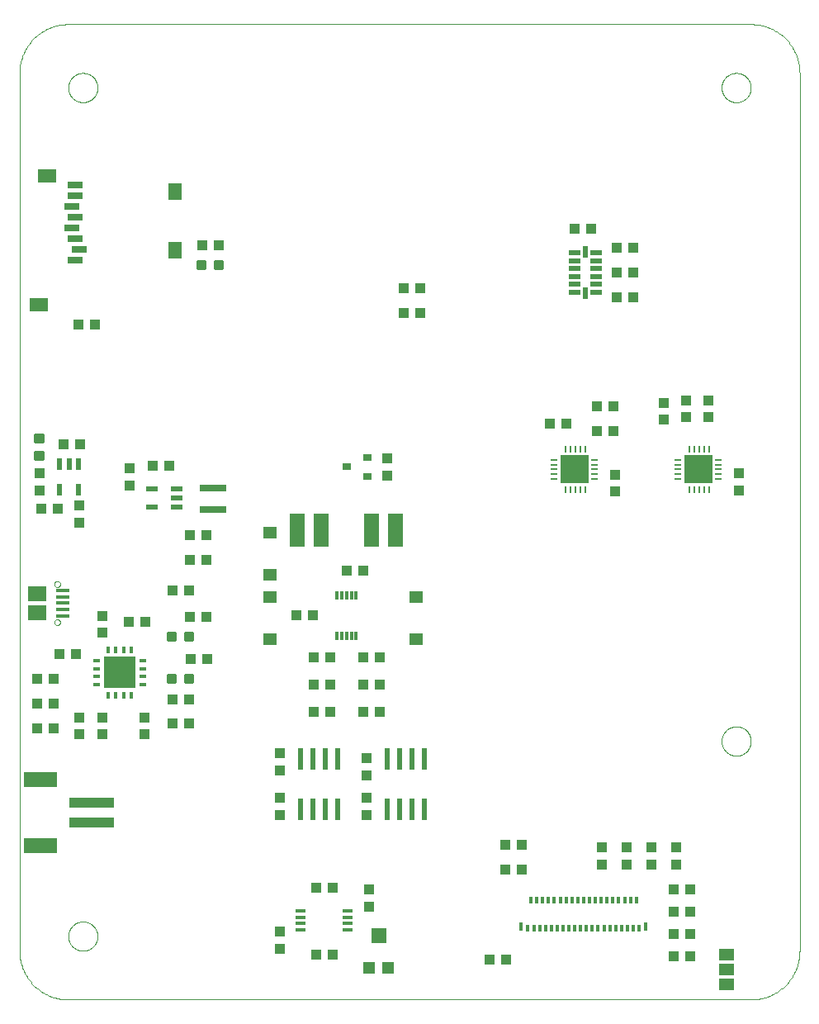
<source format=gtp>
G75*
%MOIN*%
%OFA0B0*%
%FSLAX25Y25*%
%IPPOS*%
%LPD*%
%AMOC8*
5,1,8,0,0,1.08239X$1,22.5*
%
%ADD10C,0.00000*%
%ADD11R,0.01201X0.03500*%
%ADD12R,0.02400X0.08700*%
%ADD13R,0.04016X0.01614*%
%ADD14R,0.05787X0.05000*%
%ADD15R,0.05906X0.13780*%
%ADD16R,0.04331X0.03937*%
%ADD17R,0.03937X0.04331*%
%ADD18R,0.05906X0.06299*%
%ADD19R,0.04724X0.04724*%
%ADD20R,0.01181X0.02559*%
%ADD21R,0.01181X0.03150*%
%ADD22R,0.01575X0.03524*%
%ADD23R,0.01575X0.03150*%
%ADD24R,0.03150X0.01378*%
%ADD25R,0.03150X0.01575*%
%ADD26R,0.12598X0.12598*%
%ADD27C,0.01181*%
%ADD28R,0.04724X0.02165*%
%ADD29R,0.05315X0.01575*%
%ADD30R,0.07480X0.05906*%
%ADD31R,0.03543X0.03150*%
%ADD32R,0.18110X0.03937*%
%ADD33R,0.13386X0.06299*%
%ADD34R,0.10630X0.03150*%
%ADD35R,0.03150X0.00984*%
%ADD36R,0.11811X0.11811*%
%ADD37R,0.00984X0.03150*%
%ADD38R,0.06300X0.04600*%
%ADD39R,0.07480X0.05512*%
%ADD40R,0.05512X0.07087*%
%ADD41R,0.05906X0.02756*%
%ADD42R,0.04724X0.01969*%
%ADD43R,0.01969X0.04724*%
%ADD44R,0.02165X0.04724*%
D10*
X0021500Y0036185D02*
X0021500Y0390516D01*
X0021506Y0390992D01*
X0021523Y0391467D01*
X0021552Y0391942D01*
X0021592Y0392416D01*
X0021644Y0392889D01*
X0021707Y0393360D01*
X0021781Y0393830D01*
X0021867Y0394298D01*
X0021964Y0394764D01*
X0022072Y0395227D01*
X0022191Y0395687D01*
X0022322Y0396145D01*
X0022463Y0396599D01*
X0022616Y0397050D01*
X0022779Y0397496D01*
X0022953Y0397939D01*
X0023138Y0398377D01*
X0023333Y0398811D01*
X0023539Y0399240D01*
X0023755Y0399664D01*
X0023981Y0400083D01*
X0024217Y0400496D01*
X0024463Y0400903D01*
X0024719Y0401304D01*
X0024985Y0401698D01*
X0025260Y0402087D01*
X0025544Y0402468D01*
X0025837Y0402842D01*
X0026139Y0403210D01*
X0026451Y0403570D01*
X0026770Y0403922D01*
X0027098Y0404266D01*
X0027435Y0404603D01*
X0027779Y0404931D01*
X0028131Y0405250D01*
X0028491Y0405562D01*
X0028859Y0405864D01*
X0029233Y0406157D01*
X0029614Y0406441D01*
X0030003Y0406716D01*
X0030397Y0406982D01*
X0030798Y0407238D01*
X0031205Y0407484D01*
X0031618Y0407720D01*
X0032037Y0407946D01*
X0032461Y0408162D01*
X0032890Y0408368D01*
X0033324Y0408563D01*
X0033762Y0408748D01*
X0034205Y0408922D01*
X0034651Y0409085D01*
X0035102Y0409238D01*
X0035556Y0409379D01*
X0036014Y0409510D01*
X0036474Y0409629D01*
X0036937Y0409737D01*
X0037403Y0409834D01*
X0037871Y0409920D01*
X0038341Y0409994D01*
X0038812Y0410057D01*
X0039285Y0410109D01*
X0039759Y0410149D01*
X0040234Y0410178D01*
X0040709Y0410195D01*
X0041185Y0410201D01*
X0316776Y0410201D01*
X0317252Y0410195D01*
X0317727Y0410178D01*
X0318202Y0410149D01*
X0318676Y0410109D01*
X0319149Y0410057D01*
X0319620Y0409994D01*
X0320090Y0409920D01*
X0320558Y0409834D01*
X0321024Y0409737D01*
X0321487Y0409629D01*
X0321947Y0409510D01*
X0322405Y0409379D01*
X0322859Y0409238D01*
X0323310Y0409085D01*
X0323756Y0408922D01*
X0324199Y0408748D01*
X0324637Y0408563D01*
X0325071Y0408368D01*
X0325500Y0408162D01*
X0325924Y0407946D01*
X0326343Y0407720D01*
X0326756Y0407484D01*
X0327163Y0407238D01*
X0327564Y0406982D01*
X0327958Y0406716D01*
X0328347Y0406441D01*
X0328728Y0406157D01*
X0329102Y0405864D01*
X0329470Y0405562D01*
X0329830Y0405250D01*
X0330182Y0404931D01*
X0330526Y0404603D01*
X0330863Y0404266D01*
X0331191Y0403922D01*
X0331510Y0403570D01*
X0331822Y0403210D01*
X0332124Y0402842D01*
X0332417Y0402468D01*
X0332701Y0402087D01*
X0332976Y0401698D01*
X0333242Y0401304D01*
X0333498Y0400903D01*
X0333744Y0400496D01*
X0333980Y0400083D01*
X0334206Y0399664D01*
X0334422Y0399240D01*
X0334628Y0398811D01*
X0334823Y0398377D01*
X0335008Y0397939D01*
X0335182Y0397496D01*
X0335345Y0397050D01*
X0335498Y0396599D01*
X0335639Y0396145D01*
X0335770Y0395687D01*
X0335889Y0395227D01*
X0335997Y0394764D01*
X0336094Y0394298D01*
X0336180Y0393830D01*
X0336254Y0393360D01*
X0336317Y0392889D01*
X0336369Y0392416D01*
X0336409Y0391942D01*
X0336438Y0391467D01*
X0336455Y0390992D01*
X0336461Y0390516D01*
X0336461Y0036185D01*
X0336455Y0035709D01*
X0336438Y0035234D01*
X0336409Y0034759D01*
X0336369Y0034285D01*
X0336317Y0033812D01*
X0336254Y0033341D01*
X0336180Y0032871D01*
X0336094Y0032403D01*
X0335997Y0031937D01*
X0335889Y0031474D01*
X0335770Y0031014D01*
X0335639Y0030556D01*
X0335498Y0030102D01*
X0335345Y0029651D01*
X0335182Y0029205D01*
X0335008Y0028762D01*
X0334823Y0028324D01*
X0334628Y0027890D01*
X0334422Y0027461D01*
X0334206Y0027037D01*
X0333980Y0026618D01*
X0333744Y0026205D01*
X0333498Y0025798D01*
X0333242Y0025397D01*
X0332976Y0025003D01*
X0332701Y0024614D01*
X0332417Y0024233D01*
X0332124Y0023859D01*
X0331822Y0023491D01*
X0331510Y0023131D01*
X0331191Y0022779D01*
X0330863Y0022435D01*
X0330526Y0022098D01*
X0330182Y0021770D01*
X0329830Y0021451D01*
X0329470Y0021139D01*
X0329102Y0020837D01*
X0328728Y0020544D01*
X0328347Y0020260D01*
X0327958Y0019985D01*
X0327564Y0019719D01*
X0327163Y0019463D01*
X0326756Y0019217D01*
X0326343Y0018981D01*
X0325924Y0018755D01*
X0325500Y0018539D01*
X0325071Y0018333D01*
X0324637Y0018138D01*
X0324199Y0017953D01*
X0323756Y0017779D01*
X0323310Y0017616D01*
X0322859Y0017463D01*
X0322405Y0017322D01*
X0321947Y0017191D01*
X0321487Y0017072D01*
X0321024Y0016964D01*
X0320558Y0016867D01*
X0320090Y0016781D01*
X0319620Y0016707D01*
X0319149Y0016644D01*
X0318676Y0016592D01*
X0318202Y0016552D01*
X0317727Y0016523D01*
X0317252Y0016506D01*
X0316776Y0016500D01*
X0041185Y0016500D01*
X0040709Y0016506D01*
X0040234Y0016523D01*
X0039759Y0016552D01*
X0039285Y0016592D01*
X0038812Y0016644D01*
X0038341Y0016707D01*
X0037871Y0016781D01*
X0037403Y0016867D01*
X0036937Y0016964D01*
X0036474Y0017072D01*
X0036014Y0017191D01*
X0035556Y0017322D01*
X0035102Y0017463D01*
X0034651Y0017616D01*
X0034205Y0017779D01*
X0033762Y0017953D01*
X0033324Y0018138D01*
X0032890Y0018333D01*
X0032461Y0018539D01*
X0032037Y0018755D01*
X0031618Y0018981D01*
X0031205Y0019217D01*
X0030798Y0019463D01*
X0030397Y0019719D01*
X0030003Y0019985D01*
X0029614Y0020260D01*
X0029233Y0020544D01*
X0028859Y0020837D01*
X0028491Y0021139D01*
X0028131Y0021451D01*
X0027779Y0021770D01*
X0027435Y0022098D01*
X0027098Y0022435D01*
X0026770Y0022779D01*
X0026451Y0023131D01*
X0026139Y0023491D01*
X0025837Y0023859D01*
X0025544Y0024233D01*
X0025260Y0024614D01*
X0024985Y0025003D01*
X0024719Y0025397D01*
X0024463Y0025798D01*
X0024217Y0026205D01*
X0023981Y0026618D01*
X0023755Y0027037D01*
X0023539Y0027461D01*
X0023333Y0027890D01*
X0023138Y0028324D01*
X0022953Y0028762D01*
X0022779Y0029205D01*
X0022616Y0029651D01*
X0022463Y0030102D01*
X0022322Y0030556D01*
X0022191Y0031014D01*
X0022072Y0031474D01*
X0021964Y0031937D01*
X0021867Y0032403D01*
X0021781Y0032871D01*
X0021707Y0033341D01*
X0021644Y0033812D01*
X0021592Y0034285D01*
X0021552Y0034759D01*
X0021523Y0035234D01*
X0021506Y0035709D01*
X0021500Y0036185D01*
X0041185Y0042091D02*
X0041187Y0042244D01*
X0041193Y0042398D01*
X0041203Y0042551D01*
X0041217Y0042703D01*
X0041235Y0042856D01*
X0041257Y0043007D01*
X0041282Y0043158D01*
X0041312Y0043309D01*
X0041346Y0043459D01*
X0041383Y0043607D01*
X0041424Y0043755D01*
X0041469Y0043901D01*
X0041518Y0044047D01*
X0041571Y0044191D01*
X0041627Y0044333D01*
X0041687Y0044474D01*
X0041751Y0044614D01*
X0041818Y0044752D01*
X0041889Y0044888D01*
X0041964Y0045022D01*
X0042041Y0045154D01*
X0042123Y0045284D01*
X0042207Y0045412D01*
X0042295Y0045538D01*
X0042386Y0045661D01*
X0042480Y0045782D01*
X0042578Y0045900D01*
X0042678Y0046016D01*
X0042782Y0046129D01*
X0042888Y0046240D01*
X0042997Y0046348D01*
X0043109Y0046453D01*
X0043223Y0046554D01*
X0043341Y0046653D01*
X0043460Y0046749D01*
X0043582Y0046842D01*
X0043707Y0046931D01*
X0043834Y0047018D01*
X0043963Y0047100D01*
X0044094Y0047180D01*
X0044227Y0047256D01*
X0044362Y0047329D01*
X0044499Y0047398D01*
X0044638Y0047463D01*
X0044778Y0047525D01*
X0044920Y0047583D01*
X0045063Y0047638D01*
X0045208Y0047689D01*
X0045354Y0047736D01*
X0045501Y0047779D01*
X0045649Y0047818D01*
X0045798Y0047854D01*
X0045948Y0047885D01*
X0046099Y0047913D01*
X0046250Y0047937D01*
X0046403Y0047957D01*
X0046555Y0047973D01*
X0046708Y0047985D01*
X0046861Y0047993D01*
X0047014Y0047997D01*
X0047168Y0047997D01*
X0047321Y0047993D01*
X0047474Y0047985D01*
X0047627Y0047973D01*
X0047779Y0047957D01*
X0047932Y0047937D01*
X0048083Y0047913D01*
X0048234Y0047885D01*
X0048384Y0047854D01*
X0048533Y0047818D01*
X0048681Y0047779D01*
X0048828Y0047736D01*
X0048974Y0047689D01*
X0049119Y0047638D01*
X0049262Y0047583D01*
X0049404Y0047525D01*
X0049544Y0047463D01*
X0049683Y0047398D01*
X0049820Y0047329D01*
X0049955Y0047256D01*
X0050088Y0047180D01*
X0050219Y0047100D01*
X0050348Y0047018D01*
X0050475Y0046931D01*
X0050600Y0046842D01*
X0050722Y0046749D01*
X0050841Y0046653D01*
X0050959Y0046554D01*
X0051073Y0046453D01*
X0051185Y0046348D01*
X0051294Y0046240D01*
X0051400Y0046129D01*
X0051504Y0046016D01*
X0051604Y0045900D01*
X0051702Y0045782D01*
X0051796Y0045661D01*
X0051887Y0045538D01*
X0051975Y0045412D01*
X0052059Y0045284D01*
X0052141Y0045154D01*
X0052218Y0045022D01*
X0052293Y0044888D01*
X0052364Y0044752D01*
X0052431Y0044614D01*
X0052495Y0044474D01*
X0052555Y0044333D01*
X0052611Y0044191D01*
X0052664Y0044047D01*
X0052713Y0043901D01*
X0052758Y0043755D01*
X0052799Y0043607D01*
X0052836Y0043459D01*
X0052870Y0043309D01*
X0052900Y0043158D01*
X0052925Y0043007D01*
X0052947Y0042856D01*
X0052965Y0042703D01*
X0052979Y0042551D01*
X0052989Y0042398D01*
X0052995Y0042244D01*
X0052997Y0042091D01*
X0052995Y0041938D01*
X0052989Y0041784D01*
X0052979Y0041631D01*
X0052965Y0041479D01*
X0052947Y0041326D01*
X0052925Y0041175D01*
X0052900Y0041024D01*
X0052870Y0040873D01*
X0052836Y0040723D01*
X0052799Y0040575D01*
X0052758Y0040427D01*
X0052713Y0040281D01*
X0052664Y0040135D01*
X0052611Y0039991D01*
X0052555Y0039849D01*
X0052495Y0039708D01*
X0052431Y0039568D01*
X0052364Y0039430D01*
X0052293Y0039294D01*
X0052218Y0039160D01*
X0052141Y0039028D01*
X0052059Y0038898D01*
X0051975Y0038770D01*
X0051887Y0038644D01*
X0051796Y0038521D01*
X0051702Y0038400D01*
X0051604Y0038282D01*
X0051504Y0038166D01*
X0051400Y0038053D01*
X0051294Y0037942D01*
X0051185Y0037834D01*
X0051073Y0037729D01*
X0050959Y0037628D01*
X0050841Y0037529D01*
X0050722Y0037433D01*
X0050600Y0037340D01*
X0050475Y0037251D01*
X0050348Y0037164D01*
X0050219Y0037082D01*
X0050088Y0037002D01*
X0049955Y0036926D01*
X0049820Y0036853D01*
X0049683Y0036784D01*
X0049544Y0036719D01*
X0049404Y0036657D01*
X0049262Y0036599D01*
X0049119Y0036544D01*
X0048974Y0036493D01*
X0048828Y0036446D01*
X0048681Y0036403D01*
X0048533Y0036364D01*
X0048384Y0036328D01*
X0048234Y0036297D01*
X0048083Y0036269D01*
X0047932Y0036245D01*
X0047779Y0036225D01*
X0047627Y0036209D01*
X0047474Y0036197D01*
X0047321Y0036189D01*
X0047168Y0036185D01*
X0047014Y0036185D01*
X0046861Y0036189D01*
X0046708Y0036197D01*
X0046555Y0036209D01*
X0046403Y0036225D01*
X0046250Y0036245D01*
X0046099Y0036269D01*
X0045948Y0036297D01*
X0045798Y0036328D01*
X0045649Y0036364D01*
X0045501Y0036403D01*
X0045354Y0036446D01*
X0045208Y0036493D01*
X0045063Y0036544D01*
X0044920Y0036599D01*
X0044778Y0036657D01*
X0044638Y0036719D01*
X0044499Y0036784D01*
X0044362Y0036853D01*
X0044227Y0036926D01*
X0044094Y0037002D01*
X0043963Y0037082D01*
X0043834Y0037164D01*
X0043707Y0037251D01*
X0043582Y0037340D01*
X0043460Y0037433D01*
X0043341Y0037529D01*
X0043223Y0037628D01*
X0043109Y0037729D01*
X0042997Y0037834D01*
X0042888Y0037942D01*
X0042782Y0038053D01*
X0042678Y0038166D01*
X0042578Y0038282D01*
X0042480Y0038400D01*
X0042386Y0038521D01*
X0042295Y0038644D01*
X0042207Y0038770D01*
X0042123Y0038898D01*
X0042041Y0039028D01*
X0041964Y0039160D01*
X0041889Y0039294D01*
X0041818Y0039430D01*
X0041751Y0039568D01*
X0041687Y0039708D01*
X0041627Y0039849D01*
X0041571Y0039991D01*
X0041518Y0040135D01*
X0041469Y0040281D01*
X0041424Y0040427D01*
X0041383Y0040575D01*
X0041346Y0040723D01*
X0041312Y0040873D01*
X0041282Y0041024D01*
X0041257Y0041175D01*
X0041235Y0041326D01*
X0041217Y0041479D01*
X0041203Y0041631D01*
X0041193Y0041784D01*
X0041187Y0041938D01*
X0041185Y0042091D01*
X0035587Y0168823D02*
X0035589Y0168892D01*
X0035595Y0168960D01*
X0035605Y0169028D01*
X0035619Y0169095D01*
X0035637Y0169162D01*
X0035658Y0169227D01*
X0035684Y0169291D01*
X0035713Y0169353D01*
X0035745Y0169413D01*
X0035781Y0169472D01*
X0035821Y0169528D01*
X0035863Y0169582D01*
X0035909Y0169633D01*
X0035958Y0169682D01*
X0036009Y0169728D01*
X0036063Y0169770D01*
X0036119Y0169810D01*
X0036177Y0169846D01*
X0036238Y0169878D01*
X0036300Y0169907D01*
X0036364Y0169933D01*
X0036429Y0169954D01*
X0036496Y0169972D01*
X0036563Y0169986D01*
X0036631Y0169996D01*
X0036699Y0170002D01*
X0036768Y0170004D01*
X0036837Y0170002D01*
X0036905Y0169996D01*
X0036973Y0169986D01*
X0037040Y0169972D01*
X0037107Y0169954D01*
X0037172Y0169933D01*
X0037236Y0169907D01*
X0037298Y0169878D01*
X0037358Y0169846D01*
X0037417Y0169810D01*
X0037473Y0169770D01*
X0037527Y0169728D01*
X0037578Y0169682D01*
X0037627Y0169633D01*
X0037673Y0169582D01*
X0037715Y0169528D01*
X0037755Y0169472D01*
X0037791Y0169413D01*
X0037823Y0169353D01*
X0037852Y0169291D01*
X0037878Y0169227D01*
X0037899Y0169162D01*
X0037917Y0169095D01*
X0037931Y0169028D01*
X0037941Y0168960D01*
X0037947Y0168892D01*
X0037949Y0168823D01*
X0037947Y0168754D01*
X0037941Y0168686D01*
X0037931Y0168618D01*
X0037917Y0168551D01*
X0037899Y0168484D01*
X0037878Y0168419D01*
X0037852Y0168355D01*
X0037823Y0168293D01*
X0037791Y0168232D01*
X0037755Y0168174D01*
X0037715Y0168118D01*
X0037673Y0168064D01*
X0037627Y0168013D01*
X0037578Y0167964D01*
X0037527Y0167918D01*
X0037473Y0167876D01*
X0037417Y0167836D01*
X0037359Y0167800D01*
X0037298Y0167768D01*
X0037236Y0167739D01*
X0037172Y0167713D01*
X0037107Y0167692D01*
X0037040Y0167674D01*
X0036973Y0167660D01*
X0036905Y0167650D01*
X0036837Y0167644D01*
X0036768Y0167642D01*
X0036699Y0167644D01*
X0036631Y0167650D01*
X0036563Y0167660D01*
X0036496Y0167674D01*
X0036429Y0167692D01*
X0036364Y0167713D01*
X0036300Y0167739D01*
X0036238Y0167768D01*
X0036177Y0167800D01*
X0036119Y0167836D01*
X0036063Y0167876D01*
X0036009Y0167918D01*
X0035958Y0167964D01*
X0035909Y0168013D01*
X0035863Y0168064D01*
X0035821Y0168118D01*
X0035781Y0168174D01*
X0035745Y0168232D01*
X0035713Y0168293D01*
X0035684Y0168355D01*
X0035658Y0168419D01*
X0035637Y0168484D01*
X0035619Y0168551D01*
X0035605Y0168618D01*
X0035595Y0168686D01*
X0035589Y0168754D01*
X0035587Y0168823D01*
X0035587Y0184177D02*
X0035589Y0184246D01*
X0035595Y0184314D01*
X0035605Y0184382D01*
X0035619Y0184449D01*
X0035637Y0184516D01*
X0035658Y0184581D01*
X0035684Y0184645D01*
X0035713Y0184707D01*
X0035745Y0184767D01*
X0035781Y0184826D01*
X0035821Y0184882D01*
X0035863Y0184936D01*
X0035909Y0184987D01*
X0035958Y0185036D01*
X0036009Y0185082D01*
X0036063Y0185124D01*
X0036119Y0185164D01*
X0036177Y0185200D01*
X0036238Y0185232D01*
X0036300Y0185261D01*
X0036364Y0185287D01*
X0036429Y0185308D01*
X0036496Y0185326D01*
X0036563Y0185340D01*
X0036631Y0185350D01*
X0036699Y0185356D01*
X0036768Y0185358D01*
X0036837Y0185356D01*
X0036905Y0185350D01*
X0036973Y0185340D01*
X0037040Y0185326D01*
X0037107Y0185308D01*
X0037172Y0185287D01*
X0037236Y0185261D01*
X0037298Y0185232D01*
X0037358Y0185200D01*
X0037417Y0185164D01*
X0037473Y0185124D01*
X0037527Y0185082D01*
X0037578Y0185036D01*
X0037627Y0184987D01*
X0037673Y0184936D01*
X0037715Y0184882D01*
X0037755Y0184826D01*
X0037791Y0184767D01*
X0037823Y0184707D01*
X0037852Y0184645D01*
X0037878Y0184581D01*
X0037899Y0184516D01*
X0037917Y0184449D01*
X0037931Y0184382D01*
X0037941Y0184314D01*
X0037947Y0184246D01*
X0037949Y0184177D01*
X0037947Y0184108D01*
X0037941Y0184040D01*
X0037931Y0183972D01*
X0037917Y0183905D01*
X0037899Y0183838D01*
X0037878Y0183773D01*
X0037852Y0183709D01*
X0037823Y0183647D01*
X0037791Y0183586D01*
X0037755Y0183528D01*
X0037715Y0183472D01*
X0037673Y0183418D01*
X0037627Y0183367D01*
X0037578Y0183318D01*
X0037527Y0183272D01*
X0037473Y0183230D01*
X0037417Y0183190D01*
X0037359Y0183154D01*
X0037298Y0183122D01*
X0037236Y0183093D01*
X0037172Y0183067D01*
X0037107Y0183046D01*
X0037040Y0183028D01*
X0036973Y0183014D01*
X0036905Y0183004D01*
X0036837Y0182998D01*
X0036768Y0182996D01*
X0036699Y0182998D01*
X0036631Y0183004D01*
X0036563Y0183014D01*
X0036496Y0183028D01*
X0036429Y0183046D01*
X0036364Y0183067D01*
X0036300Y0183093D01*
X0036238Y0183122D01*
X0036177Y0183154D01*
X0036119Y0183190D01*
X0036063Y0183230D01*
X0036009Y0183272D01*
X0035958Y0183318D01*
X0035909Y0183367D01*
X0035863Y0183418D01*
X0035821Y0183472D01*
X0035781Y0183528D01*
X0035745Y0183586D01*
X0035713Y0183647D01*
X0035684Y0183709D01*
X0035658Y0183773D01*
X0035637Y0183838D01*
X0035619Y0183905D01*
X0035605Y0183972D01*
X0035595Y0184040D01*
X0035589Y0184108D01*
X0035587Y0184177D01*
X0041185Y0384610D02*
X0041187Y0384763D01*
X0041193Y0384917D01*
X0041203Y0385070D01*
X0041217Y0385222D01*
X0041235Y0385375D01*
X0041257Y0385526D01*
X0041282Y0385677D01*
X0041312Y0385828D01*
X0041346Y0385978D01*
X0041383Y0386126D01*
X0041424Y0386274D01*
X0041469Y0386420D01*
X0041518Y0386566D01*
X0041571Y0386710D01*
X0041627Y0386852D01*
X0041687Y0386993D01*
X0041751Y0387133D01*
X0041818Y0387271D01*
X0041889Y0387407D01*
X0041964Y0387541D01*
X0042041Y0387673D01*
X0042123Y0387803D01*
X0042207Y0387931D01*
X0042295Y0388057D01*
X0042386Y0388180D01*
X0042480Y0388301D01*
X0042578Y0388419D01*
X0042678Y0388535D01*
X0042782Y0388648D01*
X0042888Y0388759D01*
X0042997Y0388867D01*
X0043109Y0388972D01*
X0043223Y0389073D01*
X0043341Y0389172D01*
X0043460Y0389268D01*
X0043582Y0389361D01*
X0043707Y0389450D01*
X0043834Y0389537D01*
X0043963Y0389619D01*
X0044094Y0389699D01*
X0044227Y0389775D01*
X0044362Y0389848D01*
X0044499Y0389917D01*
X0044638Y0389982D01*
X0044778Y0390044D01*
X0044920Y0390102D01*
X0045063Y0390157D01*
X0045208Y0390208D01*
X0045354Y0390255D01*
X0045501Y0390298D01*
X0045649Y0390337D01*
X0045798Y0390373D01*
X0045948Y0390404D01*
X0046099Y0390432D01*
X0046250Y0390456D01*
X0046403Y0390476D01*
X0046555Y0390492D01*
X0046708Y0390504D01*
X0046861Y0390512D01*
X0047014Y0390516D01*
X0047168Y0390516D01*
X0047321Y0390512D01*
X0047474Y0390504D01*
X0047627Y0390492D01*
X0047779Y0390476D01*
X0047932Y0390456D01*
X0048083Y0390432D01*
X0048234Y0390404D01*
X0048384Y0390373D01*
X0048533Y0390337D01*
X0048681Y0390298D01*
X0048828Y0390255D01*
X0048974Y0390208D01*
X0049119Y0390157D01*
X0049262Y0390102D01*
X0049404Y0390044D01*
X0049544Y0389982D01*
X0049683Y0389917D01*
X0049820Y0389848D01*
X0049955Y0389775D01*
X0050088Y0389699D01*
X0050219Y0389619D01*
X0050348Y0389537D01*
X0050475Y0389450D01*
X0050600Y0389361D01*
X0050722Y0389268D01*
X0050841Y0389172D01*
X0050959Y0389073D01*
X0051073Y0388972D01*
X0051185Y0388867D01*
X0051294Y0388759D01*
X0051400Y0388648D01*
X0051504Y0388535D01*
X0051604Y0388419D01*
X0051702Y0388301D01*
X0051796Y0388180D01*
X0051887Y0388057D01*
X0051975Y0387931D01*
X0052059Y0387803D01*
X0052141Y0387673D01*
X0052218Y0387541D01*
X0052293Y0387407D01*
X0052364Y0387271D01*
X0052431Y0387133D01*
X0052495Y0386993D01*
X0052555Y0386852D01*
X0052611Y0386710D01*
X0052664Y0386566D01*
X0052713Y0386420D01*
X0052758Y0386274D01*
X0052799Y0386126D01*
X0052836Y0385978D01*
X0052870Y0385828D01*
X0052900Y0385677D01*
X0052925Y0385526D01*
X0052947Y0385375D01*
X0052965Y0385222D01*
X0052979Y0385070D01*
X0052989Y0384917D01*
X0052995Y0384763D01*
X0052997Y0384610D01*
X0052995Y0384457D01*
X0052989Y0384303D01*
X0052979Y0384150D01*
X0052965Y0383998D01*
X0052947Y0383845D01*
X0052925Y0383694D01*
X0052900Y0383543D01*
X0052870Y0383392D01*
X0052836Y0383242D01*
X0052799Y0383094D01*
X0052758Y0382946D01*
X0052713Y0382800D01*
X0052664Y0382654D01*
X0052611Y0382510D01*
X0052555Y0382368D01*
X0052495Y0382227D01*
X0052431Y0382087D01*
X0052364Y0381949D01*
X0052293Y0381813D01*
X0052218Y0381679D01*
X0052141Y0381547D01*
X0052059Y0381417D01*
X0051975Y0381289D01*
X0051887Y0381163D01*
X0051796Y0381040D01*
X0051702Y0380919D01*
X0051604Y0380801D01*
X0051504Y0380685D01*
X0051400Y0380572D01*
X0051294Y0380461D01*
X0051185Y0380353D01*
X0051073Y0380248D01*
X0050959Y0380147D01*
X0050841Y0380048D01*
X0050722Y0379952D01*
X0050600Y0379859D01*
X0050475Y0379770D01*
X0050348Y0379683D01*
X0050219Y0379601D01*
X0050088Y0379521D01*
X0049955Y0379445D01*
X0049820Y0379372D01*
X0049683Y0379303D01*
X0049544Y0379238D01*
X0049404Y0379176D01*
X0049262Y0379118D01*
X0049119Y0379063D01*
X0048974Y0379012D01*
X0048828Y0378965D01*
X0048681Y0378922D01*
X0048533Y0378883D01*
X0048384Y0378847D01*
X0048234Y0378816D01*
X0048083Y0378788D01*
X0047932Y0378764D01*
X0047779Y0378744D01*
X0047627Y0378728D01*
X0047474Y0378716D01*
X0047321Y0378708D01*
X0047168Y0378704D01*
X0047014Y0378704D01*
X0046861Y0378708D01*
X0046708Y0378716D01*
X0046555Y0378728D01*
X0046403Y0378744D01*
X0046250Y0378764D01*
X0046099Y0378788D01*
X0045948Y0378816D01*
X0045798Y0378847D01*
X0045649Y0378883D01*
X0045501Y0378922D01*
X0045354Y0378965D01*
X0045208Y0379012D01*
X0045063Y0379063D01*
X0044920Y0379118D01*
X0044778Y0379176D01*
X0044638Y0379238D01*
X0044499Y0379303D01*
X0044362Y0379372D01*
X0044227Y0379445D01*
X0044094Y0379521D01*
X0043963Y0379601D01*
X0043834Y0379683D01*
X0043707Y0379770D01*
X0043582Y0379859D01*
X0043460Y0379952D01*
X0043341Y0380048D01*
X0043223Y0380147D01*
X0043109Y0380248D01*
X0042997Y0380353D01*
X0042888Y0380461D01*
X0042782Y0380572D01*
X0042678Y0380685D01*
X0042578Y0380801D01*
X0042480Y0380919D01*
X0042386Y0381040D01*
X0042295Y0381163D01*
X0042207Y0381289D01*
X0042123Y0381417D01*
X0042041Y0381547D01*
X0041964Y0381679D01*
X0041889Y0381813D01*
X0041818Y0381949D01*
X0041751Y0382087D01*
X0041687Y0382227D01*
X0041627Y0382368D01*
X0041571Y0382510D01*
X0041518Y0382654D01*
X0041469Y0382800D01*
X0041424Y0382946D01*
X0041383Y0383094D01*
X0041346Y0383242D01*
X0041312Y0383392D01*
X0041282Y0383543D01*
X0041257Y0383694D01*
X0041235Y0383845D01*
X0041217Y0383998D01*
X0041203Y0384150D01*
X0041193Y0384303D01*
X0041187Y0384457D01*
X0041185Y0384610D01*
X0304964Y0384610D02*
X0304966Y0384763D01*
X0304972Y0384917D01*
X0304982Y0385070D01*
X0304996Y0385222D01*
X0305014Y0385375D01*
X0305036Y0385526D01*
X0305061Y0385677D01*
X0305091Y0385828D01*
X0305125Y0385978D01*
X0305162Y0386126D01*
X0305203Y0386274D01*
X0305248Y0386420D01*
X0305297Y0386566D01*
X0305350Y0386710D01*
X0305406Y0386852D01*
X0305466Y0386993D01*
X0305530Y0387133D01*
X0305597Y0387271D01*
X0305668Y0387407D01*
X0305743Y0387541D01*
X0305820Y0387673D01*
X0305902Y0387803D01*
X0305986Y0387931D01*
X0306074Y0388057D01*
X0306165Y0388180D01*
X0306259Y0388301D01*
X0306357Y0388419D01*
X0306457Y0388535D01*
X0306561Y0388648D01*
X0306667Y0388759D01*
X0306776Y0388867D01*
X0306888Y0388972D01*
X0307002Y0389073D01*
X0307120Y0389172D01*
X0307239Y0389268D01*
X0307361Y0389361D01*
X0307486Y0389450D01*
X0307613Y0389537D01*
X0307742Y0389619D01*
X0307873Y0389699D01*
X0308006Y0389775D01*
X0308141Y0389848D01*
X0308278Y0389917D01*
X0308417Y0389982D01*
X0308557Y0390044D01*
X0308699Y0390102D01*
X0308842Y0390157D01*
X0308987Y0390208D01*
X0309133Y0390255D01*
X0309280Y0390298D01*
X0309428Y0390337D01*
X0309577Y0390373D01*
X0309727Y0390404D01*
X0309878Y0390432D01*
X0310029Y0390456D01*
X0310182Y0390476D01*
X0310334Y0390492D01*
X0310487Y0390504D01*
X0310640Y0390512D01*
X0310793Y0390516D01*
X0310947Y0390516D01*
X0311100Y0390512D01*
X0311253Y0390504D01*
X0311406Y0390492D01*
X0311558Y0390476D01*
X0311711Y0390456D01*
X0311862Y0390432D01*
X0312013Y0390404D01*
X0312163Y0390373D01*
X0312312Y0390337D01*
X0312460Y0390298D01*
X0312607Y0390255D01*
X0312753Y0390208D01*
X0312898Y0390157D01*
X0313041Y0390102D01*
X0313183Y0390044D01*
X0313323Y0389982D01*
X0313462Y0389917D01*
X0313599Y0389848D01*
X0313734Y0389775D01*
X0313867Y0389699D01*
X0313998Y0389619D01*
X0314127Y0389537D01*
X0314254Y0389450D01*
X0314379Y0389361D01*
X0314501Y0389268D01*
X0314620Y0389172D01*
X0314738Y0389073D01*
X0314852Y0388972D01*
X0314964Y0388867D01*
X0315073Y0388759D01*
X0315179Y0388648D01*
X0315283Y0388535D01*
X0315383Y0388419D01*
X0315481Y0388301D01*
X0315575Y0388180D01*
X0315666Y0388057D01*
X0315754Y0387931D01*
X0315838Y0387803D01*
X0315920Y0387673D01*
X0315997Y0387541D01*
X0316072Y0387407D01*
X0316143Y0387271D01*
X0316210Y0387133D01*
X0316274Y0386993D01*
X0316334Y0386852D01*
X0316390Y0386710D01*
X0316443Y0386566D01*
X0316492Y0386420D01*
X0316537Y0386274D01*
X0316578Y0386126D01*
X0316615Y0385978D01*
X0316649Y0385828D01*
X0316679Y0385677D01*
X0316704Y0385526D01*
X0316726Y0385375D01*
X0316744Y0385222D01*
X0316758Y0385070D01*
X0316768Y0384917D01*
X0316774Y0384763D01*
X0316776Y0384610D01*
X0316774Y0384457D01*
X0316768Y0384303D01*
X0316758Y0384150D01*
X0316744Y0383998D01*
X0316726Y0383845D01*
X0316704Y0383694D01*
X0316679Y0383543D01*
X0316649Y0383392D01*
X0316615Y0383242D01*
X0316578Y0383094D01*
X0316537Y0382946D01*
X0316492Y0382800D01*
X0316443Y0382654D01*
X0316390Y0382510D01*
X0316334Y0382368D01*
X0316274Y0382227D01*
X0316210Y0382087D01*
X0316143Y0381949D01*
X0316072Y0381813D01*
X0315997Y0381679D01*
X0315920Y0381547D01*
X0315838Y0381417D01*
X0315754Y0381289D01*
X0315666Y0381163D01*
X0315575Y0381040D01*
X0315481Y0380919D01*
X0315383Y0380801D01*
X0315283Y0380685D01*
X0315179Y0380572D01*
X0315073Y0380461D01*
X0314964Y0380353D01*
X0314852Y0380248D01*
X0314738Y0380147D01*
X0314620Y0380048D01*
X0314501Y0379952D01*
X0314379Y0379859D01*
X0314254Y0379770D01*
X0314127Y0379683D01*
X0313998Y0379601D01*
X0313867Y0379521D01*
X0313734Y0379445D01*
X0313599Y0379372D01*
X0313462Y0379303D01*
X0313323Y0379238D01*
X0313183Y0379176D01*
X0313041Y0379118D01*
X0312898Y0379063D01*
X0312753Y0379012D01*
X0312607Y0378965D01*
X0312460Y0378922D01*
X0312312Y0378883D01*
X0312163Y0378847D01*
X0312013Y0378816D01*
X0311862Y0378788D01*
X0311711Y0378764D01*
X0311558Y0378744D01*
X0311406Y0378728D01*
X0311253Y0378716D01*
X0311100Y0378708D01*
X0310947Y0378704D01*
X0310793Y0378704D01*
X0310640Y0378708D01*
X0310487Y0378716D01*
X0310334Y0378728D01*
X0310182Y0378744D01*
X0310029Y0378764D01*
X0309878Y0378788D01*
X0309727Y0378816D01*
X0309577Y0378847D01*
X0309428Y0378883D01*
X0309280Y0378922D01*
X0309133Y0378965D01*
X0308987Y0379012D01*
X0308842Y0379063D01*
X0308699Y0379118D01*
X0308557Y0379176D01*
X0308417Y0379238D01*
X0308278Y0379303D01*
X0308141Y0379372D01*
X0308006Y0379445D01*
X0307873Y0379521D01*
X0307742Y0379601D01*
X0307613Y0379683D01*
X0307486Y0379770D01*
X0307361Y0379859D01*
X0307239Y0379952D01*
X0307120Y0380048D01*
X0307002Y0380147D01*
X0306888Y0380248D01*
X0306776Y0380353D01*
X0306667Y0380461D01*
X0306561Y0380572D01*
X0306457Y0380685D01*
X0306357Y0380801D01*
X0306259Y0380919D01*
X0306165Y0381040D01*
X0306074Y0381163D01*
X0305986Y0381289D01*
X0305902Y0381417D01*
X0305820Y0381547D01*
X0305743Y0381679D01*
X0305668Y0381813D01*
X0305597Y0381949D01*
X0305530Y0382087D01*
X0305466Y0382227D01*
X0305406Y0382368D01*
X0305350Y0382510D01*
X0305297Y0382654D01*
X0305248Y0382800D01*
X0305203Y0382946D01*
X0305162Y0383094D01*
X0305125Y0383242D01*
X0305091Y0383392D01*
X0305061Y0383543D01*
X0305036Y0383694D01*
X0305014Y0383845D01*
X0304996Y0383998D01*
X0304982Y0384150D01*
X0304972Y0384303D01*
X0304966Y0384457D01*
X0304964Y0384610D01*
X0304964Y0120831D02*
X0304966Y0120984D01*
X0304972Y0121138D01*
X0304982Y0121291D01*
X0304996Y0121443D01*
X0305014Y0121596D01*
X0305036Y0121747D01*
X0305061Y0121898D01*
X0305091Y0122049D01*
X0305125Y0122199D01*
X0305162Y0122347D01*
X0305203Y0122495D01*
X0305248Y0122641D01*
X0305297Y0122787D01*
X0305350Y0122931D01*
X0305406Y0123073D01*
X0305466Y0123214D01*
X0305530Y0123354D01*
X0305597Y0123492D01*
X0305668Y0123628D01*
X0305743Y0123762D01*
X0305820Y0123894D01*
X0305902Y0124024D01*
X0305986Y0124152D01*
X0306074Y0124278D01*
X0306165Y0124401D01*
X0306259Y0124522D01*
X0306357Y0124640D01*
X0306457Y0124756D01*
X0306561Y0124869D01*
X0306667Y0124980D01*
X0306776Y0125088D01*
X0306888Y0125193D01*
X0307002Y0125294D01*
X0307120Y0125393D01*
X0307239Y0125489D01*
X0307361Y0125582D01*
X0307486Y0125671D01*
X0307613Y0125758D01*
X0307742Y0125840D01*
X0307873Y0125920D01*
X0308006Y0125996D01*
X0308141Y0126069D01*
X0308278Y0126138D01*
X0308417Y0126203D01*
X0308557Y0126265D01*
X0308699Y0126323D01*
X0308842Y0126378D01*
X0308987Y0126429D01*
X0309133Y0126476D01*
X0309280Y0126519D01*
X0309428Y0126558D01*
X0309577Y0126594D01*
X0309727Y0126625D01*
X0309878Y0126653D01*
X0310029Y0126677D01*
X0310182Y0126697D01*
X0310334Y0126713D01*
X0310487Y0126725D01*
X0310640Y0126733D01*
X0310793Y0126737D01*
X0310947Y0126737D01*
X0311100Y0126733D01*
X0311253Y0126725D01*
X0311406Y0126713D01*
X0311558Y0126697D01*
X0311711Y0126677D01*
X0311862Y0126653D01*
X0312013Y0126625D01*
X0312163Y0126594D01*
X0312312Y0126558D01*
X0312460Y0126519D01*
X0312607Y0126476D01*
X0312753Y0126429D01*
X0312898Y0126378D01*
X0313041Y0126323D01*
X0313183Y0126265D01*
X0313323Y0126203D01*
X0313462Y0126138D01*
X0313599Y0126069D01*
X0313734Y0125996D01*
X0313867Y0125920D01*
X0313998Y0125840D01*
X0314127Y0125758D01*
X0314254Y0125671D01*
X0314379Y0125582D01*
X0314501Y0125489D01*
X0314620Y0125393D01*
X0314738Y0125294D01*
X0314852Y0125193D01*
X0314964Y0125088D01*
X0315073Y0124980D01*
X0315179Y0124869D01*
X0315283Y0124756D01*
X0315383Y0124640D01*
X0315481Y0124522D01*
X0315575Y0124401D01*
X0315666Y0124278D01*
X0315754Y0124152D01*
X0315838Y0124024D01*
X0315920Y0123894D01*
X0315997Y0123762D01*
X0316072Y0123628D01*
X0316143Y0123492D01*
X0316210Y0123354D01*
X0316274Y0123214D01*
X0316334Y0123073D01*
X0316390Y0122931D01*
X0316443Y0122787D01*
X0316492Y0122641D01*
X0316537Y0122495D01*
X0316578Y0122347D01*
X0316615Y0122199D01*
X0316649Y0122049D01*
X0316679Y0121898D01*
X0316704Y0121747D01*
X0316726Y0121596D01*
X0316744Y0121443D01*
X0316758Y0121291D01*
X0316768Y0121138D01*
X0316774Y0120984D01*
X0316776Y0120831D01*
X0316774Y0120678D01*
X0316768Y0120524D01*
X0316758Y0120371D01*
X0316744Y0120219D01*
X0316726Y0120066D01*
X0316704Y0119915D01*
X0316679Y0119764D01*
X0316649Y0119613D01*
X0316615Y0119463D01*
X0316578Y0119315D01*
X0316537Y0119167D01*
X0316492Y0119021D01*
X0316443Y0118875D01*
X0316390Y0118731D01*
X0316334Y0118589D01*
X0316274Y0118448D01*
X0316210Y0118308D01*
X0316143Y0118170D01*
X0316072Y0118034D01*
X0315997Y0117900D01*
X0315920Y0117768D01*
X0315838Y0117638D01*
X0315754Y0117510D01*
X0315666Y0117384D01*
X0315575Y0117261D01*
X0315481Y0117140D01*
X0315383Y0117022D01*
X0315283Y0116906D01*
X0315179Y0116793D01*
X0315073Y0116682D01*
X0314964Y0116574D01*
X0314852Y0116469D01*
X0314738Y0116368D01*
X0314620Y0116269D01*
X0314501Y0116173D01*
X0314379Y0116080D01*
X0314254Y0115991D01*
X0314127Y0115904D01*
X0313998Y0115822D01*
X0313867Y0115742D01*
X0313734Y0115666D01*
X0313599Y0115593D01*
X0313462Y0115524D01*
X0313323Y0115459D01*
X0313183Y0115397D01*
X0313041Y0115339D01*
X0312898Y0115284D01*
X0312753Y0115233D01*
X0312607Y0115186D01*
X0312460Y0115143D01*
X0312312Y0115104D01*
X0312163Y0115068D01*
X0312013Y0115037D01*
X0311862Y0115009D01*
X0311711Y0114985D01*
X0311558Y0114965D01*
X0311406Y0114949D01*
X0311253Y0114937D01*
X0311100Y0114929D01*
X0310947Y0114925D01*
X0310793Y0114925D01*
X0310640Y0114929D01*
X0310487Y0114937D01*
X0310334Y0114949D01*
X0310182Y0114965D01*
X0310029Y0114985D01*
X0309878Y0115009D01*
X0309727Y0115037D01*
X0309577Y0115068D01*
X0309428Y0115104D01*
X0309280Y0115143D01*
X0309133Y0115186D01*
X0308987Y0115233D01*
X0308842Y0115284D01*
X0308699Y0115339D01*
X0308557Y0115397D01*
X0308417Y0115459D01*
X0308278Y0115524D01*
X0308141Y0115593D01*
X0308006Y0115666D01*
X0307873Y0115742D01*
X0307742Y0115822D01*
X0307613Y0115904D01*
X0307486Y0115991D01*
X0307361Y0116080D01*
X0307239Y0116173D01*
X0307120Y0116269D01*
X0307002Y0116368D01*
X0306888Y0116469D01*
X0306776Y0116574D01*
X0306667Y0116682D01*
X0306561Y0116793D01*
X0306457Y0116906D01*
X0306357Y0117022D01*
X0306259Y0117140D01*
X0306165Y0117261D01*
X0306074Y0117384D01*
X0305986Y0117510D01*
X0305902Y0117638D01*
X0305820Y0117768D01*
X0305743Y0117900D01*
X0305668Y0118034D01*
X0305597Y0118170D01*
X0305530Y0118308D01*
X0305466Y0118448D01*
X0305406Y0118589D01*
X0305350Y0118731D01*
X0305297Y0118875D01*
X0305248Y0119021D01*
X0305203Y0119167D01*
X0305162Y0119315D01*
X0305125Y0119463D01*
X0305091Y0119613D01*
X0305061Y0119764D01*
X0305036Y0119915D01*
X0305014Y0120066D01*
X0304996Y0120219D01*
X0304982Y0120371D01*
X0304972Y0120524D01*
X0304966Y0120678D01*
X0304964Y0120831D01*
D11*
X0157437Y0163195D03*
X0155469Y0163195D03*
X0153500Y0163195D03*
X0151531Y0163195D03*
X0149563Y0163195D03*
X0149563Y0179805D03*
X0151531Y0179805D03*
X0153500Y0179805D03*
X0155469Y0179805D03*
X0157437Y0179805D03*
D12*
X0150000Y0113800D03*
X0145000Y0113800D03*
X0140000Y0113800D03*
X0135000Y0113800D03*
X0135000Y0093200D03*
X0140000Y0093200D03*
X0145000Y0093200D03*
X0150000Y0093200D03*
X0170000Y0093200D03*
X0175000Y0093200D03*
X0180000Y0093200D03*
X0185000Y0093200D03*
X0185000Y0113800D03*
X0180000Y0113800D03*
X0175000Y0113800D03*
X0170000Y0113800D03*
D13*
X0153949Y0052339D03*
X0153949Y0049780D03*
X0153949Y0047220D03*
X0153949Y0044661D03*
X0135051Y0044661D03*
X0135051Y0047220D03*
X0135051Y0049780D03*
X0135051Y0052339D03*
D14*
X0122500Y0162035D03*
X0122500Y0178965D03*
X0122500Y0188035D03*
X0122500Y0204965D03*
X0181500Y0178965D03*
X0181500Y0162035D03*
D15*
X0173421Y0206000D03*
X0163579Y0206000D03*
X0143421Y0206000D03*
X0133579Y0206000D03*
D16*
X0153654Y0189500D03*
X0160346Y0189500D03*
X0139846Y0171500D03*
X0133154Y0171500D03*
X0140154Y0154500D03*
X0146846Y0154500D03*
X0146846Y0143500D03*
X0140154Y0143500D03*
X0140154Y0132500D03*
X0146846Y0132500D03*
X0160154Y0132500D03*
X0166846Y0132500D03*
X0166846Y0143500D03*
X0160154Y0143500D03*
X0160154Y0154500D03*
X0166846Y0154500D03*
X0097346Y0154000D03*
X0090654Y0154000D03*
X0089846Y0137500D03*
X0083154Y0137500D03*
X0083154Y0128000D03*
X0089846Y0128000D03*
X0090154Y0171000D03*
X0096846Y0171000D03*
X0089846Y0181500D03*
X0083154Y0181500D03*
X0072346Y0169000D03*
X0065654Y0169000D03*
X0044346Y0156000D03*
X0037654Y0156000D03*
X0035346Y0146000D03*
X0028654Y0146000D03*
X0028654Y0136000D03*
X0035346Y0136000D03*
X0035346Y0126000D03*
X0028654Y0126000D03*
X0090154Y0194000D03*
X0096846Y0194000D03*
X0096846Y0204000D03*
X0090154Y0204000D03*
X0081846Y0232000D03*
X0075154Y0232000D03*
X0045846Y0240500D03*
X0039154Y0240500D03*
X0036846Y0214500D03*
X0030154Y0214500D03*
X0045154Y0289000D03*
X0051846Y0289000D03*
X0095154Y0321000D03*
X0101846Y0321000D03*
X0176654Y0303500D03*
X0183346Y0303500D03*
X0183346Y0293500D03*
X0176654Y0293500D03*
X0235654Y0249000D03*
X0242346Y0249000D03*
X0254654Y0246000D03*
X0261346Y0246000D03*
X0261346Y0256000D03*
X0254654Y0256000D03*
X0262654Y0300000D03*
X0269346Y0300000D03*
X0269346Y0310000D03*
X0262654Y0310000D03*
X0262654Y0320000D03*
X0269346Y0320000D03*
X0252346Y0327500D03*
X0245654Y0327500D03*
X0224346Y0079000D03*
X0217654Y0079000D03*
X0217654Y0069000D03*
X0224346Y0069000D03*
X0217846Y0032500D03*
X0211154Y0032500D03*
X0147846Y0034500D03*
X0141154Y0034500D03*
X0141254Y0061500D03*
X0147946Y0061500D03*
X0285654Y0061000D03*
X0292346Y0061000D03*
X0292346Y0052000D03*
X0285654Y0052000D03*
X0285654Y0043000D03*
X0292346Y0043000D03*
X0292346Y0034000D03*
X0285654Y0034000D03*
D17*
X0286500Y0071154D03*
X0286500Y0077846D03*
X0276500Y0077846D03*
X0276500Y0071154D03*
X0266500Y0071154D03*
X0266500Y0077846D03*
X0256500Y0077846D03*
X0256500Y0071154D03*
X0162500Y0060846D03*
X0162500Y0054154D03*
X0161500Y0091154D03*
X0161500Y0097846D03*
X0161500Y0107154D03*
X0161500Y0113846D03*
X0126500Y0115846D03*
X0126500Y0109154D03*
X0126500Y0097846D03*
X0126500Y0091154D03*
X0126500Y0043846D03*
X0126500Y0037154D03*
X0072000Y0123654D03*
X0072000Y0130346D03*
X0055000Y0130346D03*
X0055000Y0123654D03*
X0045500Y0123654D03*
X0045500Y0130346D03*
X0055000Y0164654D03*
X0055000Y0171346D03*
X0045500Y0209154D03*
X0045500Y0215846D03*
X0029500Y0222154D03*
X0029500Y0228846D03*
X0066000Y0230846D03*
X0066000Y0224154D03*
X0170000Y0228154D03*
X0170000Y0234846D03*
X0262000Y0228346D03*
X0262000Y0221654D03*
X0281500Y0250654D03*
X0281500Y0257346D03*
X0290500Y0258346D03*
X0290500Y0251654D03*
X0299500Y0251654D03*
X0299500Y0258346D03*
X0312000Y0228846D03*
X0312000Y0222154D03*
D18*
X0166500Y0042406D03*
D19*
X0162563Y0029315D03*
X0170437Y0029315D03*
D20*
X0227996Y0056504D03*
X0230358Y0056504D03*
X0232720Y0056504D03*
X0235083Y0056504D03*
X0237445Y0056504D03*
X0239807Y0056504D03*
X0242169Y0056504D03*
X0244531Y0056504D03*
X0246894Y0056504D03*
X0249256Y0056504D03*
X0251618Y0056504D03*
X0253980Y0056504D03*
X0256343Y0056504D03*
X0258705Y0056504D03*
X0261067Y0056504D03*
X0263429Y0056504D03*
X0265791Y0056504D03*
X0268154Y0056504D03*
X0270516Y0056504D03*
D21*
X0271657Y0045185D03*
X0269295Y0045185D03*
X0266933Y0045185D03*
X0264571Y0045185D03*
X0262209Y0045185D03*
X0259846Y0045185D03*
X0257484Y0045185D03*
X0255122Y0045185D03*
X0252760Y0045185D03*
X0250398Y0045185D03*
X0248035Y0045185D03*
X0245673Y0045185D03*
X0243311Y0045185D03*
X0240949Y0045185D03*
X0238587Y0045185D03*
X0236224Y0045185D03*
X0233862Y0045185D03*
X0231500Y0045185D03*
X0229138Y0045185D03*
X0226776Y0045185D03*
D22*
X0224020Y0045972D03*
X0274413Y0045972D03*
D23*
X0066724Y0139248D03*
X0063575Y0139248D03*
X0060425Y0139248D03*
X0057276Y0139248D03*
X0057276Y0157752D03*
X0060425Y0157752D03*
X0063575Y0157752D03*
X0066724Y0157752D03*
D24*
X0071252Y0143776D03*
D25*
X0071252Y0146925D03*
X0071252Y0150075D03*
X0071252Y0153224D03*
X0052748Y0153224D03*
X0052748Y0150075D03*
X0052748Y0146925D03*
X0052748Y0143776D03*
D26*
X0062000Y0148500D03*
D27*
X0084425Y0147378D02*
X0084425Y0144622D01*
X0081669Y0144622D01*
X0081669Y0147378D01*
X0084425Y0147378D01*
X0084425Y0145802D02*
X0081669Y0145802D01*
X0081669Y0146982D02*
X0084425Y0146982D01*
X0091331Y0147378D02*
X0091331Y0144622D01*
X0088575Y0144622D01*
X0088575Y0147378D01*
X0091331Y0147378D01*
X0091331Y0145802D02*
X0088575Y0145802D01*
X0088575Y0146982D02*
X0091331Y0146982D01*
X0091331Y0161622D02*
X0091331Y0164378D01*
X0091331Y0161622D02*
X0088575Y0161622D01*
X0088575Y0164378D01*
X0091331Y0164378D01*
X0091331Y0162802D02*
X0088575Y0162802D01*
X0088575Y0163982D02*
X0091331Y0163982D01*
X0084425Y0164378D02*
X0084425Y0161622D01*
X0081669Y0161622D01*
X0081669Y0164378D01*
X0084425Y0164378D01*
X0084425Y0162802D02*
X0081669Y0162802D01*
X0081669Y0163982D02*
X0084425Y0163982D01*
X0030878Y0234669D02*
X0028122Y0234669D01*
X0028122Y0237425D01*
X0030878Y0237425D01*
X0030878Y0234669D01*
X0030878Y0235849D02*
X0028122Y0235849D01*
X0028122Y0237029D02*
X0030878Y0237029D01*
X0030878Y0241575D02*
X0028122Y0241575D01*
X0028122Y0244331D01*
X0030878Y0244331D01*
X0030878Y0241575D01*
X0030878Y0242755D02*
X0028122Y0242755D01*
X0028122Y0243935D02*
X0030878Y0243935D01*
X0093669Y0311622D02*
X0093669Y0314378D01*
X0096425Y0314378D01*
X0096425Y0311622D01*
X0093669Y0311622D01*
X0093669Y0312802D02*
X0096425Y0312802D01*
X0096425Y0313982D02*
X0093669Y0313982D01*
X0100575Y0314378D02*
X0100575Y0311622D01*
X0100575Y0314378D02*
X0103331Y0314378D01*
X0103331Y0311622D01*
X0100575Y0311622D01*
X0100575Y0312802D02*
X0103331Y0312802D01*
X0103331Y0313982D02*
X0100575Y0313982D01*
D28*
X0085119Y0222740D03*
X0085119Y0219000D03*
X0085119Y0215260D03*
X0074881Y0215260D03*
X0074881Y0222740D03*
D29*
X0039031Y0181618D03*
X0039031Y0179059D03*
X0039031Y0176500D03*
X0039031Y0173941D03*
X0039031Y0171382D03*
D30*
X0028539Y0172563D03*
X0028500Y0180437D03*
D31*
X0153669Y0231500D03*
X0161937Y0227760D03*
X0161937Y0235240D03*
D32*
X0050567Y0095937D03*
X0050567Y0088063D03*
D33*
X0030094Y0078614D03*
X0030094Y0105386D03*
D34*
X0099500Y0214169D03*
X0099500Y0222831D03*
D35*
X0237429Y0226563D03*
X0237429Y0228531D03*
X0237429Y0230500D03*
X0237429Y0232469D03*
X0237429Y0234437D03*
X0253571Y0234437D03*
X0253571Y0232469D03*
X0253571Y0230500D03*
X0253571Y0228531D03*
X0253571Y0226563D03*
X0287429Y0226563D03*
X0287429Y0228531D03*
X0287429Y0230500D03*
X0287429Y0232469D03*
X0287429Y0234437D03*
X0303571Y0234437D03*
X0303571Y0232469D03*
X0303571Y0230500D03*
X0303571Y0228531D03*
X0303571Y0226563D03*
D36*
X0295500Y0230500D03*
X0245500Y0230500D03*
D37*
X0245894Y0222429D03*
X0247862Y0222429D03*
X0249831Y0222429D03*
X0243925Y0222429D03*
X0241957Y0222429D03*
X0241957Y0238571D03*
X0243925Y0238571D03*
X0245894Y0238571D03*
X0247862Y0238571D03*
X0249831Y0238571D03*
X0291957Y0238571D03*
X0293925Y0238571D03*
X0295894Y0238571D03*
X0297862Y0238571D03*
X0299831Y0238571D03*
X0299831Y0222429D03*
X0297862Y0222429D03*
X0295894Y0222429D03*
X0293925Y0222429D03*
X0291957Y0222429D03*
D38*
X0307000Y0034500D03*
X0307000Y0028500D03*
X0307000Y0022500D03*
D39*
X0029150Y0296957D03*
X0032693Y0348925D03*
D40*
X0084268Y0342626D03*
X0084268Y0319004D03*
D41*
X0045685Y0319398D03*
X0044110Y0323728D03*
X0042535Y0328059D03*
X0044110Y0332390D03*
X0042535Y0336720D03*
X0044110Y0341051D03*
X0044110Y0345382D03*
X0044110Y0315067D03*
D42*
X0245669Y0314724D03*
X0245669Y0311575D03*
X0245669Y0308425D03*
X0245669Y0305276D03*
X0245669Y0302126D03*
X0254331Y0302126D03*
X0254331Y0305276D03*
X0254331Y0308425D03*
X0254331Y0311575D03*
X0254331Y0314724D03*
X0254331Y0317874D03*
X0245669Y0317874D03*
D43*
X0250000Y0318268D03*
X0250000Y0301732D03*
D44*
X0045240Y0232619D03*
X0041500Y0232619D03*
X0037760Y0232619D03*
X0037760Y0222381D03*
X0045240Y0222381D03*
M02*

</source>
